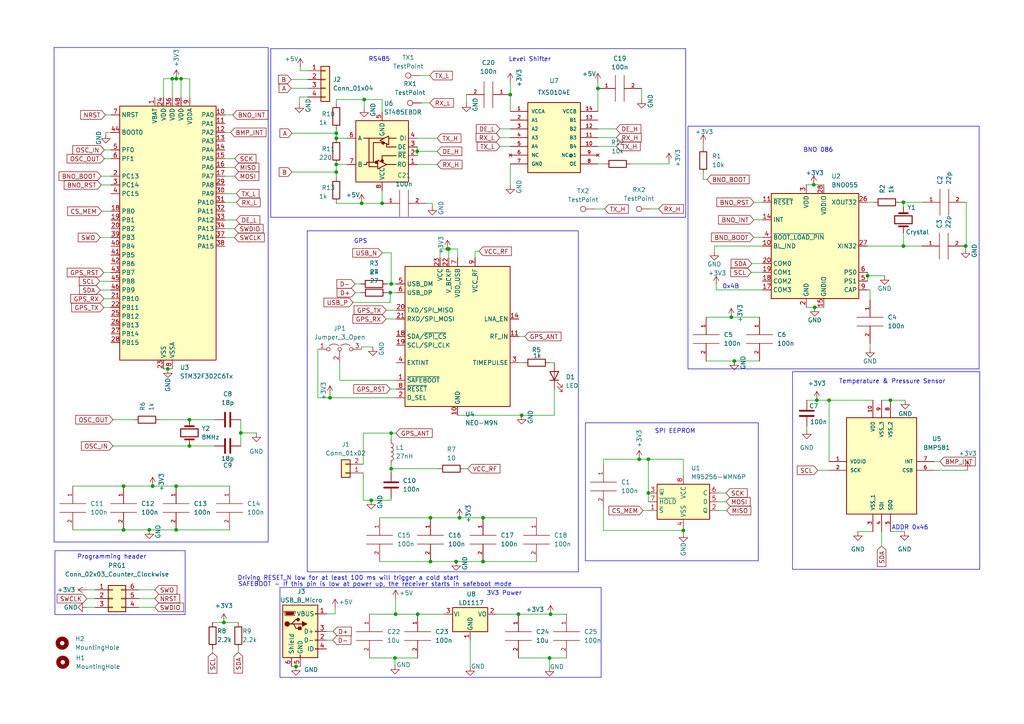
<source format=kicad_sch>
(kicad_sch (version 20230121) (generator eeschema)
  (paper "A4")
  (lib_symbols
    (symbol "BMP581:BMP581" (pin_names (offset 1.016))
      (property "Reference" "U" (at 26.67 17.78 0))
      (property "Value" "BMP581" (at 26.67 15.24 0))
      (symbol "BMP581_0_0"
        (pin bidirectional line (at 0 0 0) (length 5.08) (name "VDDIO") (number "1"))
        (pin bidirectional line (at 12.7 17.78 270) (length 5.08) (name "VDD") (number "10"))
        (pin bidirectional line (at 0 -2.54 0) (length 5.08) (name "SCK") (number "2"))
        (pin bidirectional line (at 12.7 -20.32 90) (length 5.08) (name "VSS_1") (number "3"))
        (pin bidirectional line (at 15.24 -20.32 90) (length 5.08) (name "SDI") (number "4"))
        (pin bidirectional line (at 17.78 -20.32 90) (length 5.08) (name "SDO") (number "5"))
        (pin bidirectional line (at 30.48 -2.54 180) (length 5.08) (name "CSB") (number "6"))
        (pin bidirectional line (at 30.48 0 180) (length 5.08) (name "INT") (number "7"))
        (pin bidirectional line (at 17.78 17.78 270) (length 5.08) (name "VSS_2") (number "8"))
        (pin bidirectional line (at 15.24 17.78 270) (length 5.08) (name "VSS_3") (number "9"))
      )
    )
    (symbol "Connector:TestPoint" (pin_numbers hide) (pin_names (offset 0.762) hide)
      (property "Reference" "TP" (at 0 6.858 0))
      (property "Value" "TestPoint" (at 0 5.08 0))
      (symbol "TestPoint_1_1"
        (pin passive line (at 0 0 90) (length 2.54) (name "1") (number "1"))
      )
    )
    (symbol "Connector:USB_B_Micro" (pin_names (offset 1.016))
      (property "Reference" "J" (at -5.08 11.43 0))
      (property "Value" "USB_B_Micro" (at -5.08 8.89 0))
      (symbol "USB_B_Micro_1_1"
        (pin power_out line (at 7.62 5.08 180) (length 2.54) (name "VBUS") (number "1"))
        (pin bidirectional line (at 7.62 -2.54 180) (length 2.54) (name "D-") (number "2"))
        (pin bidirectional line (at 7.62 0 180) (length 2.54) (name "D+") (number "3"))
        (pin passive line (at 7.62 -5.08 180) (length 2.54) (name "ID") (number "4"))
        (pin power_out line (at 0 -10.16 90) (length 2.54) (name "GND") (number "5"))
        (pin passive line (at -2.54 -10.16 90) (length 2.54) (name "Shield") (number "6"))
      )
    )
    (symbol "Connector_Generic:Conn_01x02" (pin_names (offset 1.016) hide)
      (property "Reference" "J" (at 0 2.54 0))
      (property "Value" "Conn_01x02" (at 0 -5.08 0))
      (symbol "Conn_01x02_1_1"
        (pin passive line (at -5.08 0 0) (length 3.81) (name "Pin_1") (number "1"))
        (pin passive line (at -5.08 -2.54 0) (length 3.81) (name "Pin_2") (number "2"))
      )
    )
    (symbol "Connector_Generic:Conn_01x04" (pin_names (offset 1.016) hide)
      (property "Reference" "J" (at 0 5.08 0))
      (property "Value" "Conn_01x04" (at 0 -7.62 0))
      (symbol "Conn_01x04_1_1"
        (pin passive line (at -5.08 2.54 0) (length 3.81) (name "Pin_1") (number "1"))
        (pin passive line (at -5.08 0 0) (length 3.81) (name "Pin_2") (number "2"))
        (pin passive line (at -5.08 -2.54 0) (length 3.81) (name "Pin_3") (number "3"))
        (pin passive line (at -5.08 -5.08 0) (length 3.81) (name "Pin_4") (number "4"))
      )
    )
    (symbol "Connector_Generic:Conn_02x03_Counter_Clockwise" (pin_names (offset 1.016) hide)
      (property "Reference" "J" (at 1.27 5.08 0))
      (property "Value" "Conn_02x03_Counter_Clockwise" (at 1.27 -5.08 0))
      (symbol "Conn_02x03_Counter_Clockwise_1_1"
        (pin passive line (at -5.08 2.54 0) (length 3.81) (name "Pin_1") (number "1"))
        (pin passive line (at -5.08 0 0) (length 3.81) (name "Pin_2") (number "2"))
        (pin passive line (at -5.08 -2.54 0) (length 3.81) (name "Pin_3") (number "3"))
        (pin passive line (at 7.62 -2.54 180) (length 3.81) (name "Pin_4") (number "4"))
        (pin passive line (at 7.62 0 180) (length 3.81) (name "Pin_5") (number "5"))
        (pin passive line (at 7.62 2.54 180) (length 3.81) (name "Pin_6") (number "6"))
      )
    )
    (symbol "Device:C" (pin_numbers hide) (pin_names (offset 0.254))
      (property "Reference" "C" (at 0.635 2.54 0))
      (property "Value" "C" (at 0.635 -2.54 0))
      (symbol "C_1_1"
        (pin passive line (at 0 3.81 270) (length 2.794) (name "~") (number "1"))
        (pin passive line (at 0 -3.81 90) (length 2.794) (name "~") (number "2"))
      )
    )
    (symbol "Device:Crystal" (pin_numbers hide) (pin_names (offset 1.016) hide)
      (property "Reference" "Y" (at 0 3.81 0))
      (property "Value" "Crystal" (at 0 -3.81 0))
      (symbol "Crystal_1_1"
        (pin passive line (at -3.81 0 0) (length 1.27) (name "1") (number "1"))
        (pin passive line (at 3.81 0 180) (length 1.27) (name "2") (number "2"))
      )
    )
    (symbol "Device:L" (pin_numbers hide) (pin_names (offset 1.016) hide)
      (property "Reference" "L" (at -1.27 0 90))
      (property "Value" "L" (at 1.905 0 90))
      (symbol "L_1_1"
        (pin passive line (at 0 3.81 270) (length 1.27) (name "1") (number "1"))
        (pin passive line (at 0 -3.81 90) (length 1.27) (name "2") (number "2"))
      )
    )
    (symbol "Device:LED" (pin_numbers hide) (pin_names (offset 1.016) hide)
      (property "Reference" "D" (at 0 2.54 0))
      (property "Value" "LED" (at 0 -2.54 0))
      (symbol "LED_1_1"
        (pin passive line (at -3.81 0 0) (length 2.54) (name "K") (number "1"))
        (pin passive line (at 3.81 0 180) (length 2.54) (name "A") (number "2"))
      )
    )
    (symbol "Device:R" (pin_numbers hide) (pin_names (offset 0))
      (property "Reference" "R" (at 2.032 0 90))
      (property "Value" "R" (at 0 0 90))
      (symbol "R_1_1"
        (pin passive line (at 0 3.81 270) (length 1.27) (name "~") (number "1"))
        (pin passive line (at 0 -3.81 90) (length 1.27) (name "~") (number "2"))
      )
    )
    (symbol "Interface_UART:ST485EBDR"
      (property "Reference" "U" (at -6.35 8.89 0))
      (property "Value" "ST485EBDR" (at 1.27 8.89 0))
      (symbol "ST485EBDR_1_1"
        (pin output line (at -10.16 2.54 0) (length 2.54) (name "RO") (number "1"))
        (pin input line (at -10.16 0 0) (length 2.54) (name "~{RE}") (number "2"))
        (pin input line (at -10.16 -2.54 0) (length 2.54) (name "DE") (number "3"))
        (pin input line (at -10.16 -5.08 0) (length 2.54) (name "DI") (number "4"))
        (pin power_in line (at 0 -12.7 90) (length 2.54) (name "GND") (number "5"))
        (pin bidirectional line (at 10.16 -5.08 180) (length 2.54) (name "A") (number "6"))
        (pin bidirectional line (at 10.16 2.54 180) (length 2.54) (name "B") (number "7"))
        (pin power_in line (at 0 10.16 270) (length 2.54) (name "VCC") (number "8"))
      )
    )
    (symbol "Jumper:Jumper_3_Open" (pin_names (offset 0) hide)
      (property "Reference" "JP" (at -2.54 -2.54 0))
      (property "Value" "Jumper_3_Open" (at 0 2.794 0))
      (symbol "Jumper_3_Open_1_1"
        (pin passive line (at -6.35 0 0) (length 2.54) (name "A") (number "1"))
        (pin passive line (at 0 -3.81 90) (length 2.54) (name "C") (number "2"))
        (pin passive line (at 6.35 0 180) (length 2.54) (name "B") (number "3"))
      )
    )
    (symbol "MCU_ST_STM32F3:STM32F302C6Tx"
      (property "Reference" "U" (at -12.7 39.37 0))
      (property "Value" "STM32F302C6Tx" (at 10.16 39.37 0))
      (symbol "STM32F302C6Tx_1_1"
        (pin power_in line (at -2.54 40.64 270) (length 2.54) (name "VBAT") (number "1"))
        (pin bidirectional line (at 17.78 35.56 180) (length 2.54) (name "PA0") (number "10"))
        (pin bidirectional line (at 17.78 33.02 180) (length 2.54) (name "PA1") (number "11"))
        (pin bidirectional line (at 17.78 30.48 180) (length 2.54) (name "PA2") (number "12"))
        (pin bidirectional line (at 17.78 27.94 180) (length 2.54) (name "PA3") (number "13"))
        (pin bidirectional line (at 17.78 25.4 180) (length 2.54) (name "PA4") (number "14"))
        (pin bidirectional line (at 17.78 22.86 180) (length 2.54) (name "PA5") (number "15"))
        (pin bidirectional line (at 17.78 20.32 180) (length 2.54) (name "PA6") (number "16"))
        (pin bidirectional line (at 17.78 17.78 180) (length 2.54) (name "PA7") (number "17"))
        (pin bidirectional line (at -15.24 7.62 0) (length 2.54) (name "PB0") (number "18"))
        (pin bidirectional line (at -15.24 5.08 0) (length 2.54) (name "PB1") (number "19"))
        (pin bidirectional line (at -15.24 17.78 0) (length 2.54) (name "PC13") (number "2"))
        (pin bidirectional line (at -15.24 2.54 0) (length 2.54) (name "PB2") (number "20"))
        (pin bidirectional line (at -15.24 -17.78 0) (length 2.54) (name "PB10") (number "21"))
        (pin bidirectional line (at -15.24 -20.32 0) (length 2.54) (name "PB11") (number "22"))
        (pin power_in line (at 0 -38.1 90) (length 2.54) (name "VSS") (number "23"))
        (pin power_in line (at 0 40.64 270) (length 2.54) (name "VDD") (number "24"))
        (pin bidirectional line (at -15.24 -22.86 0) (length 2.54) (name "PB12") (number "25"))
        (pin bidirectional line (at -15.24 -25.4 0) (length 2.54) (name "PB13") (number "26"))
        (pin bidirectional line (at -15.24 -27.94 0) (length 2.54) (name "PB14") (number "27"))
        (pin bidirectional line (at -15.24 -30.48 0) (length 2.54) (name "PB15") (number "28"))
        (pin bidirectional line (at 17.78 15.24 180) (length 2.54) (name "PA8") (number "29"))
        (pin bidirectional line (at -15.24 15.24 0) (length 2.54) (name "PC14") (number "3"))
        (pin bidirectional line (at 17.78 12.7 180) (length 2.54) (name "PA9") (number "30"))
        (pin bidirectional line (at 17.78 10.16 180) (length 2.54) (name "PA10") (number "31"))
        (pin bidirectional line (at 17.78 7.62 180) (length 2.54) (name "PA11") (number "32"))
        (pin bidirectional line (at 17.78 5.08 180) (length 2.54) (name "PA12") (number "33"))
        (pin bidirectional line (at 17.78 2.54 180) (length 2.54) (name "PA13") (number "34"))
        (pin passive line (at 0 -38.1 90) (length 2.54) hide (name "VSS") (number "35"))
        (pin power_in line (at 2.54 40.64 270) (length 2.54) (name "VDD") (number "36"))
        (pin bidirectional line (at 17.78 0 180) (length 2.54) (name "PA14") (number "37"))
        (pin bidirectional line (at 17.78 -2.54 180) (length 2.54) (name "PA15") (number "38"))
        (pin bidirectional line (at -15.24 0 0) (length 2.54) (name "PB3") (number "39"))
        (pin bidirectional line (at -15.24 12.7 0) (length 2.54) (name "PC15") (number "4"))
        (pin bidirectional line (at -15.24 -2.54 0) (length 2.54) (name "PB4") (number "40"))
        (pin bidirectional line (at -15.24 -5.08 0) (length 2.54) (name "PB5") (number "41"))
        (pin bidirectional line (at -15.24 -7.62 0) (length 2.54) (name "PB6") (number "42"))
        (pin bidirectional line (at -15.24 -10.16 0) (length 2.54) (name "PB7") (number "43"))
        (pin input line (at -15.24 30.48 0) (length 2.54) (name "BOOT0") (number "44"))
        (pin bidirectional line (at -15.24 -12.7 0) (length 2.54) (name "PB8") (number "45"))
        (pin bidirectional line (at -15.24 -15.24 0) (length 2.54) (name "PB9") (number "46"))
        (pin passive line (at 0 -38.1 90) (length 2.54) hide (name "VSS") (number "47"))
        (pin power_in line (at 5.08 40.64 270) (length 2.54) (name "VDD") (number "48"))
        (pin bidirectional line (at -15.24 25.4 0) (length 2.54) (name "PF0") (number "5"))
        (pin bidirectional line (at -15.24 22.86 0) (length 2.54) (name "PF1") (number "6"))
        (pin input line (at -15.24 35.56 0) (length 2.54) (name "NRST") (number "7"))
        (pin power_in line (at 2.54 -38.1 90) (length 2.54) (name "VSSA") (number "8"))
        (pin power_in line (at 7.62 40.64 270) (length 2.54) (name "VDDA") (number "9"))
      )
    )
    (symbol "Mechanical:MountingHole" (pin_names (offset 1.016))
      (property "Reference" "H" (at 0 5.08 0))
      (property "Value" "MountingHole" (at 0 3.175 0))
    )
    (symbol "Memory_EEPROM:M95256-WMN6P"
      (property "Reference" "U" (at -7.62 6.35 0))
      (property "Value" "M95256-WMN6P" (at 2.54 -6.35 0))
      (symbol "M95256-WMN6P_1_1"
        (pin input line (at -10.16 -2.54 0) (length 2.54) (name "~{S}") (number "1"))
        (pin output line (at 10.16 -2.54 180) (length 2.54) (name "Q") (number "2"))
        (pin input line (at -10.16 2.54 0) (length 2.54) (name "~{W}") (number "3"))
        (pin power_in line (at 0 -7.62 90) (length 2.54) (name "VSS") (number "4"))
        (pin input line (at 10.16 0 180) (length 2.54) (name "D") (number "5"))
        (pin input line (at 10.16 2.54 180) (length 2.54) (name "C") (number "6"))
        (pin input line (at -10.16 0 0) (length 2.54) (name "~{HOLD}") (number "7"))
        (pin power_in line (at 0 7.62 270) (length 2.54) (name "VCC") (number "8"))
      )
    )
    (symbol "RF_GPS:NEO-M9N"
      (property "Reference" "U" (at -13.97 21.59 0))
      (property "Value" "NEO-M9N" (at 11.43 21.59 0))
      (symbol "NEO-M9N_1_1"
        (pin input line (at -17.78 -12.7 0) (length 2.54) (name "~{SAFEBOOT}") (number "1"))
        (pin power_in line (at 0 -22.86 90) (length 2.54) (name "GND") (number "10"))
        (pin input line (at 17.78 0 180) (length 2.54) (name "RF_IN") (number "11"))
        (pin passive line (at 0 -22.86 90) (length 2.54) hide (name "GND") (number "12"))
        (pin passive line (at 0 -22.86 90) (length 2.54) hide (name "GND") (number "13"))
        (pin output line (at 17.78 5.08 180) (length 2.54) (name "LNA_EN") (number "14"))
        (pin no_connect line (at 15.24 -10.16 180) (length 2.54) hide (name "RESERVED") (number "15"))
        (pin no_connect line (at 15.24 -12.7 180) (length 2.54) hide (name "RESERVED") (number "16"))
        (pin no_connect line (at 15.24 -15.24 180) (length 2.54) hide (name "RESERVED") (number "17"))
        (pin bidirectional line (at -17.78 0 0) (length 2.54) (name "SDA/~{SPI_CS}") (number "18"))
        (pin input line (at -17.78 -2.54 0) (length 2.54) (name "SCL/SPI_CLK") (number "19"))
        (pin input line (at -17.78 -17.78 0) (length 2.54) (name "D_SEL") (number "2"))
        (pin output line (at -17.78 7.62 0) (length 2.54) (name "TXD/SPI_MISO") (number "20"))
        (pin input line (at -17.78 5.08 0) (length 2.54) (name "RXD/SPI_MOSI") (number "21"))
        (pin power_in line (at -2.54 22.86 270) (length 2.54) (name "V_BCKP") (number "22"))
        (pin power_in line (at -5.08 22.86 270) (length 2.54) (name "VCC") (number "23"))
        (pin passive line (at 0 -22.86 90) (length 2.54) hide (name "GND") (number "24"))
        (pin output line (at 17.78 -7.62 180) (length 2.54) (name "TIMEPULSE") (number "3"))
        (pin input line (at -17.78 -7.62 0) (length 2.54) (name "EXTINT") (number "4"))
        (pin bidirectional line (at -17.78 15.24 0) (length 2.54) (name "USB_DM") (number "5"))
        (pin bidirectional line (at -17.78 12.7 0) (length 2.54) (name "USB_DP") (number "6"))
        (pin power_in line (at 0 22.86 270) (length 2.54) (name "VDD_USB") (number "7"))
        (pin input line (at -17.78 -15.24 0) (length 2.54) (name "~{RESET}") (number "8"))
        (pin power_out line (at 5.08 22.86 270) (length 2.54) (name "VCC_RF") (number "9"))
      )
    )
    (symbol "Regulator_Linear:LD1117S12TR_SOT223" (pin_names (offset 0.254))
      (property "Reference" "U" (at -3.81 3.175 0))
      (property "Value" "LD1117S12TR_SOT223" (at 0 3.175 0))
      (symbol "LD1117S12TR_SOT223_1_1"
        (pin power_in line (at 0 -7.62 90) (length 2.54) (name "GND") (number "1"))
        (pin power_out line (at 7.62 0 180) (length 2.54) (name "VO") (number "2"))
        (pin power_in line (at -7.62 0 0) (length 2.54) (name "VI") (number "3"))
      )
    )
    (symbol "Sensor_Motion:BNO055"
      (property "Reference" "U" (at -11.43 16.51 0))
      (property "Value" "BNO055" (at 12.7 16.51 0))
      (symbol "BNO055_1_1"
        (pin no_connect line (at -12.7 10.16 0) (length 2.54) hide (name "PIN1") (number "1"))
        (pin output line (at -15.24 0 0) (length 2.54) (name "BL_IND") (number "10"))
        (pin input line (at -15.24 12.7 0) (length 2.54) (name "~{RESET}") (number "11"))
        (pin no_connect line (at 12.7 10.16 180) (length 2.54) hide (name "PIN12") (number "12"))
        (pin no_connect line (at 12.7 7.62 180) (length 2.54) hide (name "PIN13") (number "13"))
        (pin output line (at -15.24 7.62 0) (length 2.54) (name "INT") (number "14"))
        (pin power_in line (at 2.54 -17.78 90) (length 2.54) (name "GNDIO") (number "15"))
        (pin passive line (at 2.54 -17.78 90) (length 2.54) hide (name "GNDIO") (number "16"))
        (pin input line (at -15.24 -12.7 0) (length 2.54) (name "COM3") (number "17"))
        (pin passive line (at -15.24 -10.16 0) (length 2.54) (name "COM2") (number "18"))
        (pin bidirectional line (at -15.24 -7.62 0) (length 2.54) (name "COM1") (number "19"))
        (pin power_in line (at -2.54 -17.78 90) (length 2.54) (name "GND") (number "2"))
        (pin bidirectional line (at -15.24 -5.08 0) (length 2.54) (name "COM0") (number "20"))
        (pin no_connect line (at 12.7 5.08 180) (length 2.54) hide (name "PIN21") (number "21"))
        (pin no_connect line (at 12.7 2.54 180) (length 2.54) hide (name "PIN22") (number "22"))
        (pin no_connect line (at 12.7 -2.54 180) (length 2.54) hide (name "PIN23") (number "23"))
        (pin no_connect line (at 12.7 -5.08 180) (length 2.54) hide (name "PIN24") (number "24"))
        (pin passive line (at 2.54 -17.78 90) (length 2.54) hide (name "GNDIO") (number "25"))
        (pin output line (at 15.24 12.7 180) (length 2.54) (name "XOUT32") (number "26"))
        (pin input line (at 15.24 0 180) (length 2.54) (name "XIN32") (number "27"))
        (pin power_in line (at 2.54 17.78 270) (length 2.54) (name "VDDIO") (number "28"))
        (pin power_in line (at -2.54 17.78 270) (length 2.54) (name "VDD") (number "3"))
        (pin input line (at -15.24 2.54 0) (length 2.54) (name "~{BOOT_LOAD_PIN}") (number "4"))
        (pin input line (at 15.24 -10.16 180) (length 2.54) (name "PS1") (number "5"))
        (pin input line (at 15.24 -7.62 180) (length 2.54) (name "PS0") (number "6"))
        (pin no_connect line (at -12.7 5.08 0) (length 2.54) hide (name "PIN7") (number "7"))
        (pin no_connect line (at -12.7 -2.54 0) (length 2.54) hide (name "PIN8") (number "8"))
        (pin passive line (at 15.24 -12.7 180) (length 2.54) (name "CAP") (number "9"))
      )
    )
    (symbol "TXS0104:TXS0104E" (pin_names (offset 1.016))
      (property "Reference" "U?" (at 7.62 26.67 0))
      (property "Value" "TXS0104E" (at 7.62 23.26 0))
      (symbol "TXS0104E_0_0"
        (pin passive line (at -5.08 17.78 0) (length 5.08) (name "VCCA") (number "1"))
        (pin bidirectional line (at 20.32 7.62 180) (length 5.08) (name "B4") (number "10"))
        (pin bidirectional line (at 20.32 10.16 180) (length 5.08) (name "B3") (number "11"))
        (pin bidirectional line (at 20.32 12.7 180) (length 5.08) (name "B2") (number "12"))
        (pin bidirectional line (at 20.32 15.24 180) (length 5.08) (name "B1") (number "13"))
        (pin passive line (at 20.32 17.78 180) (length 5.08) (name "VCCB") (number "14"))
        (pin bidirectional line (at -5.08 15.24 0) (length 5.08) (name "A1") (number "2"))
        (pin bidirectional line (at -5.08 12.7 0) (length 5.08) (name "A2") (number "3"))
        (pin bidirectional line (at -5.08 10.16 0) (length 5.08) (name "A3") (number "4"))
        (pin bidirectional line (at -5.08 7.62 0) (length 5.08) (name "A4") (number "5"))
        (pin no_connect line (at -5.08 5.08 0) (length 5.08) (name "NC") (number "6"))
        (pin passive line (at -5.08 2.54 0) (length 5.08) (name "GND") (number "7"))
        (pin input line (at 20.32 2.54 180) (length 5.08) (name "OE") (number "8"))
        (pin no_connect line (at 20.32 5.08 180) (length 5.08) (name "NC@1") (number "9"))
      )
    )
    (symbol "power:+3.3V" (power) (pin_names (offset 0))
      (property "Value" "+3.3V" (at 0 3.556 0))
      (symbol "+3.3V_1_1"
        (pin power_in line (at 0 0 90) (length 0) hide (name "+3V3") (number "1"))
      )
    )
    (symbol "power:+5V" (power) (pin_names (offset 0))
      (property "Value" "+5V" (at 0 3.556 0))
      (symbol "+5V_1_1"
        (pin power_in line (at 0 0 90) (length 0) hide (name "+5V") (number "1"))
      )
    )
    (symbol "power:GND" (power) (pin_names (offset 0))
      (property "Value" "GND" (at 0 -3.81 0))
      (symbol "GND_1_1"
        (pin power_in line (at 0 0 270) (length 0) hide (name "GND") (number "1"))
      )
    )
    (symbol "pspice:CAP" (pin_names (offset 0.254))
      (property "Reference" "C" (at 2.54 3.81 90))
      (property "Value" "CAP" (at 2.54 -3.81 90))
      (symbol "CAP_1_1"
        (pin passive line (at 0 6.35 270) (length 5.08) (name "~") (number "1"))
        (pin passive line (at 0 -6.35 90) (length 5.08) (name "~") (number "2"))
      )
    )
  )
  (junction (at 159.7 178.14))
  (junction (at 64.93 180.56))
  (junction (at 188.05 142.99))
  (junction (at 173.41 25.6452))
  (junction (at 236.92 116.08))
  (junction (at 240.47 116.08))
  (junction (at 52.51 22.84))
  (junction (at 44.278 140.99))
  (junction (at 159.39 190.84))
  (junction (at 140.096 150.18))
  (junction (at 185.39 133.2))
  (junction (at 140.096 162.88))
  (junction (at 148.01 27.4486))
  (junction (at 262.02 58.67))
  (junction (at 43.284 153.69))
  (junction (at 236.3 89.15))
  (junction (at 113.47 82.35))
  (junction (at 51.08 140.99))
  (junction (at 35.84 140.99))
  (junction (at 120.9904 43.88))
  (junction (at 198.21 153.86))
  (junction (at 110.8304 58.96))
  (junction (at 113.45 125.63))
  (junction (at 104.9004 58.96))
  (junction (at 51.13 22.84))
  (junction (at 35.84 153.69))
  (junction (at 114.56 190.84))
  (junction (at 113.45 135.95))
  (junction (at 280.08 71.37))
  (junction (at 133.294 150.18))
  (junction (at 105.6304 28.86))
  (junction (at 51.08 153.69))
  (junction (at 251.63 79.99))
  (junction (at 97.5304 38.63))
  (junction (at 95.71 115.37))
  (junction (at 114.74 178.14))
  (junction (at 262.02 71.37))
  (junction (at 236.03 53.59))
  (junction (at 49.97 22.84))
  (junction (at 212.996 104.7))
  (junction (at 97.5304 47.71))
  (junction (at 212.106 92))
  (junction (at 124.856 162.88))
  (junction (at 124.856 150.18))
  (junction (at 97.5304 49.91))
  (junction (at 54.94 129.35))
  (junction (at 121.14 178.14))
  (junction (at 150.36 178.14))
  (junction (at 85.84 193.29))
  (junction (at 130.17 72.22))
  (junction (at 151.3 120.45))
  (junction (at 69.84 125.57))
  (junction (at 132.3 162.88))
  (junction (at 54.94 121.73))
  (junction (at 97.5304 40.09))
  (junction (at 113.18 84.89))
  (junction (at 129.79 72.22))
  (junction (at 188.05 133.2))
  (junction (at 258.25 116.08))
  (junction (at 48.69 106.98))
  (junction (at 107.66 145.09))
  (wire (pts (xy 175.03 133.2) (xy 185.39 133.2)))
  (wire (pts (xy 175.03 147.46) (xy 175.03 153.86)))
  (wire (pts (xy 102.98 82.35) (xy 104.67 82.35)))
  (wire (pts (xy 132.71 72.22) (xy 130.17 72.22)))
  (wire (pts (xy 61.66 188.18) (xy 61.66 189.33)))
  (wire (pts (xy 262.02 71.37) (xy 267.38 71.37)))
  (wire (pts (xy 107.16 190.84) (xy 114.56 190.84)))
  (wire (pts (xy 130.17 72.22) (xy 130.17 74.73)))
  (wire (pts (xy 97.5304 37.58) (xy 97.5304 38.63)))
  (wire (pts (xy 173.41 42.46) (xy 178.7948 42.46)))
  (wire (pts (xy 97.5304 47.71) (xy 100.6704 47.71)))
  (wire (pts (xy 188.6304 60.59) (xy 191.0404 60.59)))
  (wire (pts (xy 105.6304 28.86) (xy 105.6304 31.38)))
  (wire (pts (xy 65.21 48.56) (xy 68.08 48.56)))
  (wire (pts (xy 97.5304 47.71) (xy 97.5304 49.91)))
  (wire (pts (xy 217.89 78.99) (xy 221.15 78.99)))
  (wire (pts (xy 94.71 185.67) (xy 96.53 185.67)))
  (wire (pts (xy 204.816 92) (xy 212.106 92)))
  (wire (pts (xy 105.36 145.09) (xy 107.66 145.09)))
  (wire (pts (xy 236.03 53.59) (xy 238.93 53.59)))
  (wire (pts (xy 233.85 89.15) (xy 236.3 89.15)))
  (wire (pts (xy 148.01 47.54) (xy 148.01 53.6614)))
  (wire (pts (xy 240.47 116.08) (xy 253.17 116.08)))
  (wire (pts (xy 95.71 115.37) (xy 95.71 114.49)))
  (wire (pts (xy 144 178.14) (xy 150.36 178.14)))
  (wire (pts (xy 40.2872 171.08) (xy 44.91 171.08)))
  (wire (pts (xy 255.71 116.08) (xy 258.25 116.08)))
  (wire (pts (xy 120.9904 43.88) (xy 126.8104 43.88)))
  (wire (pts (xy 207.73 84.07) (xy 221.15 84.07)))
  (wire (pts (xy 251.63 79.99) (xy 256.59 79.99)))
  (wire (pts (xy 221.15 71.37) (xy 207.2 71.37)))
  (wire (pts (xy 251.63 58.67) (xy 253.4 58.67)))
  (wire (pts (xy 251.63 79.99) (xy 251.63 81.53)))
  (wire (pts (xy 21.108 140.99) (xy 35.84 140.99)))
  (wire (pts (xy 124.856 162.88) (xy 132.3 162.88)))
  (wire (pts (xy 65.21 51.1) (xy 68.08 51.1)))
  (wire (pts (xy 252.36 99.64) (xy 252.36 101.08)))
  (wire (pts (xy 251.63 71.37) (xy 262.02 71.37)))
  (wire (pts (xy 198.21 153.15) (xy 198.21 153.86)))
  (wire (pts (xy 150.36 190.84) (xy 159.39 190.84)))
  (wire (pts (xy 175.03 153.86) (xy 198.21 153.86)))
  (wire (pts (xy 51.13 22.84) (xy 52.51 22.84)))
  (wire (pts (xy 47.43 28.24) (xy 47.43 22.84)))
  (wire (pts (xy 251.63 84.07) (xy 252.36 84.07)))
  (wire (pts (xy 186.52 148.07) (xy 188.05 148.07)))
  (wire (pts (xy 65.21 56.18) (xy 68.54 56.18)))
  (wire (pts (xy 159.39 190.84) (xy 164.31 190.84)))
  (wire (pts (xy 173.41 37.38) (xy 178.744 37.38)))
  (wire (pts (xy 212.996 104.7) (xy 220.31 104.7)))
  (wire (pts (xy 262.02 58.67) (xy 267.55 58.67)))
  (wire (pts (xy 64.93 180.56) (xy 69.12 180.56)))
  (wire (pts (xy 61.66 180.56) (xy 64.93 180.56)))
  (wire (pts (xy 159.7 178.14) (xy 164.31 178.14)))
  (wire (pts (xy 30.28 46.02) (xy 32.19 46.02)))
  (wire (pts (xy 144.9874 39.92) (xy 148.01 39.92)))
  (wire (pts (xy 69.12 188.18) (xy 69.12 189.22)))
  (wire (pts (xy 110.124 162.88) (xy 124.856 162.88)))
  (wire (pts (xy 32.19 38.4) (xy 30.68 38.4)))
  (wire (pts (xy 248.82 154.18) (xy 253.17 154.18)))
  (wire (pts (xy 212.106 92) (xy 220.31 92)))
  (wire (pts (xy 30.26 43.48) (xy 32.19 43.48)))
  (wire (pts (xy 28.93 81.58) (xy 32.19 81.58)))
  (wire (pts (xy 65.21 66.34) (xy 68.02 66.34)))
  (wire (pts (xy 204.816 104.7) (xy 212.996 104.7)))
  (wire (pts (xy 103.04 84.89) (xy 104.72 84.89)))
  (wire (pts (xy 29.1 68.88) (xy 32.19 68.88)))
  (wire (pts (xy 198.21 137.91) (xy 198.21 133.2)))
  (wire (pts (xy 208.37 148.07) (xy 210.75 148.07)))
  (wire (pts (xy 113.45 125.63) (xy 114.83 125.63)))
  (wire (pts (xy 65.21 68.88) (xy 68.02 68.88)))
  (wire (pts (xy 124.856 150.18) (xy 133.294 150.18)))
  (wire (pts (xy 69.84 121.73) (xy 69.84 125.57)))
  (wire (pts (xy 113.18 84.89) (xy 114.93 84.89)))
  (wire (pts (xy 113.19 112.83) (xy 114.93 112.83)))
  (wire (pts (xy 112.29 82.35) (xy 113.47 82.35)))
  (wire (pts (xy 203.96 52.05) (xy 203.96 50.36)))
  (wire (pts (xy 40.2872 173.62) (xy 44.91 173.62)))
  (wire (pts (xy 47.43 106.98) (xy 48.69 106.98)))
  (wire (pts (xy 136.38 185.76) (xy 136.38 193.38)))
  (wire (pts (xy 110.8304 32.47) (xy 110.8304 28.86)))
  (wire (pts (xy 270.95 133.86) (xy 272.62 133.86)))
  (wire (pts (xy 113.45 145.09) (xy 107.66 145.09)))
  (wire (pts (xy 29.38 53.64) (xy 32.19 53.64)))
  (wire (pts (xy 54.94 121.73) (xy 62.22 121.73)))
  (wire (pts (xy 205.06 52.05) (xy 203.96 52.05)))
  (wire (pts (xy 113.45 135.95) (xy 127.12 135.95)))
  (wire (pts (xy 218.68 58.67) (xy 221.15 58.67)))
  (wire (pts (xy 87.0904 20.52) (xy 89.2704 20.52)))
  (wire (pts (xy 65.21 33.32) (xy 67.52 33.32)))
  (wire (pts (xy 94.71 183.13) (xy 96.62 183.13)))
  (wire (pts (xy 97.5304 58.96) (xy 104.9004 58.96)))
  (wire (pts (xy 151.3 120.45) (xy 132.71 120.45)))
  (wire (pts (xy 173.41 23.8418) (xy 173.41 25.6452)))
  (wire (pts (xy 188.05 142.99) (xy 188.05 145.53)))
  (wire (pts (xy 159.45 105.21) (xy 160.77 105.21)))
  (wire (pts (xy 43.284 153.69) (xy 51.08 153.69)))
  (wire (pts (xy 30.15 86.66) (xy 32.19 86.66)))
  (wire (pts (xy 121.7104 21.91) (xy 124.6204 21.91)))
  (wire (pts (xy 40.2872 176.16) (xy 44.91 176.16)))
  (wire (pts (xy 280.08 71.37) (xy 280.08 72.25)))
  (wire (pts (xy 198.21 153.86) (xy 198.21 154.63)))
  (wire (pts (xy 218.57 68.83) (xy 221.15 68.83)))
  (wire (pts (xy 258.25 154.18) (xy 262.36 154.18)))
  (wire (pts (xy 48.69 106.98) (xy 49.97 106.98)))
  (wire (pts (xy 175.03 134.76) (xy 175.03 133.2)))
  (wire (pts (xy 120.9904 43.88) (xy 120.9904 45.17)))
  (wire (pts (xy 140.096 162.88) (xy 155.59 162.88)))
  (wire (pts (xy 47.43 22.84) (xy 49.97 22.84)))
  (wire (pts (xy 98.53 110.29) (xy 98.53 105.09)))
  (wire (pts (xy 150.49 105.21) (xy 151.83 105.21)))
  (wire (pts (xy 114.56 190.84) (xy 114.56 192.93)))
  (wire (pts (xy 133.294 150.18) (xy 140.096 150.18)))
  (wire (pts (xy 30.08 79.04) (xy 32.19 79.04)))
  (wire (pts (xy 123.5304 58.96) (xy 125.3804 58.96)))
  (wire (pts (xy 120.9904 42.63) (xy 120.9904 43.88)))
  (wire (pts (xy 137.79 72.87) (xy 137.79 74.73)))
  (wire (pts (xy 182.9604 47.54) (xy 194.0348 47.54)))
  (wire (pts (xy 44.278 140.99) (xy 51.08 140.99)))
  (wire (pts (xy 134.74 135.95) (xy 135.63 135.95)))
  (wire (pts (xy 185.39 133.2) (xy 188.05 133.2)))
  (wire (pts (xy 208.37 142.99) (xy 210.56 142.99)))
  (wire (pts (xy 194.0348 47.54) (xy 194.0348 47.0066)))
  (wire (pts (xy 140.096 150.18) (xy 155.59 150.18)))
  (wire (pts (xy 110.8304 55.33) (xy 110.8304 58.96)))
  (wire (pts (xy 262.02 58.67) (xy 262.02 59.93)))
  (wire (pts (xy 240.47 133.86) (xy 240.47 116.08)))
  (wire (pts (xy 144.9874 37.38) (xy 148.01 37.38)))
  (wire (pts (xy 208.37 145.53) (xy 210.56 145.53)))
  (wire (pts (xy 114.74 178.14) (xy 121.14 178.14)))
  (wire (pts (xy 172.4304 60.62) (xy 175.3404 60.62)))
  (wire (pts (xy 108.13 100.63) (xy 104.88 100.63)))
  (wire (pts (xy 159.39 190.84) (xy 159.39 193.53)))
  (wire (pts (xy 46.43 121.73) (xy 54.94 121.73)))
  (wire (pts (xy 160.77 120.45) (xy 151.3 120.45)))
  (wire (pts (xy 102.42 87.73) (xy 113.18 87.73)))
  (wire (pts (xy 84.55 193.29) (xy 85.84 193.29)))
  (wire (pts (xy 203.96 41.68) (xy 203.96 42.74)))
  (wire (pts (xy 54.94 129.35) (xy 62.22 129.35)))
  (wire (pts (xy 113.45 135.95) (xy 113.45 136.85)))
  (wire (pts (xy 65.21 63.8) (xy 68.53 63.8)))
  (wire (pts (xy 173.41 25.6452) (xy 173.41 32.3)))
  (wire (pts (xy 69.84 125.57) (xy 69.84 129.35)))
  (wire (pts (xy 113.47 82.35) (xy 114.93 82.35)))
  (wire (pts (xy 114.56 190.84) (xy 121.14 190.84)))
  (wire (pts (xy 84.7004 38.63) (xy 97.5304 38.63)))
  (wire (pts (xy 262.02 71.37) (xy 262.02 67.55)))
  (wire (pts (xy 148.01 23.791) (xy 148.01 27.4486)))
  (wire (pts (xy 125.3804 58.96) (xy 125.3804 59.84)))
  (wire (pts (xy 110.124 150.18) (xy 124.856 150.18)))
  (wire (pts (xy 107.16 178.14) (xy 114.74 178.14)))
  (wire (pts (xy 65.21 58.72) (xy 68.56 58.72)))
  (wire (pts (xy 114.93 115.37) (xy 95.71 115.37)))
  (wire (pts (xy 32.78 121.73) (xy 38.81 121.73)))
  (wire (pts (xy 111.97 92.51) (xy 114.93 92.51)))
  (wire (pts (xy 55.05 22.84) (xy 55.05 28.24)))
  (wire (pts (xy 127.63 74.73) (xy 127.63 72.22)))
  (wire (pts (xy 252.36 84.07) (xy 252.36 86.94)))
  (wire (pts (xy 49.97 22.84) (xy 49.97 28.24)))
  (wire (pts (xy 32.75 129.35) (xy 54.94 129.35)))
  (wire (pts (xy 29.51 61.26) (xy 32.19 61.26)))
  (wire (pts (xy 51.08 140.99) (xy 66.574 140.99)))
  (wire (pts (xy 113.47 73.34) (xy 113.47 82.35)))
  (wire (pts (xy 132.3 162.88) (xy 140.096 162.88)))
  (wire (pts (xy 121.14 178.14) (xy 128.76 178.14)))
  (wire (pts (xy 173.41 47.54) (xy 175.3404 47.54)))
  (wire (pts (xy 105.36 134.64) (xy 105.36 125.63)))
  (wire (pts (xy 113.45 134.88) (xy 113.45 135.95)))
  (wire (pts (xy 113.18 87.73) (xy 113.18 84.89)))
  (wire (pts (xy 52.51 22.84) (xy 55.05 22.84)))
  (wire (pts (xy 94.71 178.05) (xy 97.2 178.05)))
  (wire (pts (xy 97.5304 49.91) (xy 97.5304 51.34)))
  (wire (pts (xy 92.18 101.28) (xy 92.18 115.37)))
  (wire (pts (xy 145.0128 42.46) (xy 148.01 42.46)))
  (wire (pts (xy 160.77 112.83) (xy 160.77 120.45)))
  (wire (pts (xy 280.25 58.67) (xy 280.25 71.37)))
  (wire (pts (xy 120.9904 40.09) (xy 126.7904 40.09)))
  (wire (pts (xy 105.36 137.18) (xy 105.36 145.09)))
  (wire (pts (xy 89.2704 28.14) (xy 86.8404 28.14)))
  (wire (pts (xy 52.51 22.84) (xy 52.51 28.24)))
  (wire (pts (xy 233.85 53.59) (xy 236.03 53.59)))
  (wire (pts (xy 207.2 71.37) (xy 207.2 72.92)))
  (wire (pts (xy 69.84 125.57) (xy 74.36 125.57)))
  (wire (pts (xy 35.84 140.99) (xy 44.278 140.99)))
  (wire (pts (xy 138.95 72.87) (xy 137.79 72.87)))
  (wire (pts (xy 237.18 136.4) (xy 240.47 136.4)))
  (wire (pts (xy 188.05 133.2) (xy 188.05 142.99)))
  (wire (pts (xy 49.97 22.84) (xy 51.13 22.84)))
  (wire (pts (xy 25.1996 173.62) (xy 27.5872 173.62)))
  (wire (pts (xy 84.4504 25.6) (xy 89.2704 25.6)))
  (wire (pts (xy 112.34 84.89) (xy 113.18 84.89)))
  (wire (pts (xy 150.49 97.59) (xy 152.19 97.59)))
  (wire (pts (xy 122.2404 29.85) (xy 124.6504 29.85)))
  (wire (pts (xy 280.25 71.37) (xy 280.08 71.37)))
  (wire (pts (xy 97.5304 38.63) (xy 97.5304 40.09)))
  (wire (pts (xy 35.84 153.69) (xy 43.284 153.69)))
  (wire (pts (xy 127.63 72.22) (xy 129.79 72.22)))
  (wire (pts (xy 207.73 82.67) (xy 207.73 84.07)))
  (wire (pts (xy 84.6704 49.91) (xy 97.5304 49.91)))
  (wire (pts (xy 30.1 89.2) (xy 32.19 89.2)))
  (wire (pts (xy 30.59 33.32) (xy 32.19 33.32)))
  (wire (pts (xy 218.04 76.45) (xy 221.15 76.45)))
  (wire (pts (xy 150.36 178.14) (xy 159.7 178.14)))
  (wire (pts (xy 251.63 78.99) (xy 251.63 79.99)))
  (wire (pts (xy 30.68 38.4) (xy 30.68 38.95)))
  (wire (pts (xy 104.9004 58.96) (xy 110.8304 58.96)))
  (wire (pts (xy 97.5304 40.09) (xy 100.6704 40.09)))
  (wire (pts (xy 255.71 154.18) (xy 255.71 158.36)))
  (wire (pts (xy 65.21 46.02) (xy 68.08 46.02)))
  (wire (pts (xy 113.45 144.47) (xy 113.45 145.09)))
  (wire (pts (xy 258.25 116.08) (xy 262.55 116.08)))
  (wire (pts (xy 218.64 63.75) (xy 221.15 63.75)))
  (wire (pts (xy 113.45 125.63) (xy 113.45 127.26)))
  (wire (pts (xy 92.18 115.37) (xy 95.71 115.37)))
  (wire (pts (xy 130.17 72.22) (xy 129.79 72.22)))
  (wire (pts (xy 112.02 89.97) (xy 114.93 89.97)))
  (wire (pts (xy 97.5304 28.86) (xy 105.6304 28.86)))
  (wire (pts (xy 114.74 173.7) (xy 114.74 178.14)))
  (wire (pts (xy 86.8404 28.14) (xy 86.8404 30.12)))
  (wire (pts (xy 148.01 27.4486) (xy 148.01 32.3)))
  (wire (pts (xy 29.08 84.12) (xy 32.19 84.12)))
  (wire (pts (xy 110.85 73.34) (xy 113.47 73.34)))
  (wire (pts (xy 110.8304 28.86) (xy 105.6304 28.86)))
  (wire (pts (xy 97.2 178.05) (xy 97.2 176.33)))
  (wire (pts (xy 120.9904 47.71) (xy 126.8004 47.71)))
  (wire (pts (xy 135.31 27.4486) (xy 135.31 29.8616)))
  (wire (pts (xy 173.41 39.92) (xy 178.7694 39.92)))
  (wire (pts (xy 65.21 38.4) (xy 66.88 38.4)))
  (wire (pts (xy 84.4504 23.06) (xy 89.2704 23.06)))
  (wire (pts (xy 25.1996 176.16) (xy 27.5872 176.16)))
  (wire (pts (xy 234.01 123.7) (xy 234.01 124.73)))
  (wire (pts (xy 87.0904 19.51) (xy 87.0904 20.52)))
  (wire (pts (xy 234.01 116.08) (xy 236.92 116.08)))
  (wire (pts (xy 29.33 51.1) (xy 32.19 51.1)))
  (wire (pts (xy 236.92 116.08) (xy 240.47 116.08)))
  (wire (pts (xy 186.11 25.6452) (xy 186.11 28.8202)))
  (wire (pts (xy 97.5304 29.96) (xy 97.5304 28.86)))
  (wire (pts (xy 104.88 100.63) (xy 104.88 101.28)))
  (wire (pts (xy 198.21 133.2) (xy 188.05 133.2)))
  (wire (pts (xy 105.36 125.63) (xy 113.45 125.63)))
  (wire (pts (xy 261.02 58.67) (xy 262.02 58.67)))
  (wire (pts (xy 270.95 136.4) (xy 280.66 136.4)))
  (wire (pts (xy 51.08 153.69) (xy 66.574 153.69)))
  (wire (pts (xy 132.71 74.73) (xy 132.71 72.22)))
  (wire (pts (xy 25.1996 171.08) (xy 27.5872 171.08)))
  (wire (pts (xy 114.93 110.29) (xy 98.53 110.29)))
  (wire (pts (xy 85.84 193.29) (xy 87.09 193.29)))
  (wire (pts (xy 236.3 89.15) (xy 238.93 89.15)))
  (wire (pts (xy 21.108 153.69) (xy 35.84 153.69)))
  (rectangle (start 89.11 66.95) (end 167.74 165.86))
  (rectangle (start 78.5304 14.1) (end 198.8904 63.03))
  (rectangle (start 229.87 107.82) (end 284.17 165.12))
  (rectangle (start 81.2 170.39) (end 174.35 196.46))
  (rectangle (start 15.69 13.78) (end 77.78 157.2))
  (rectangle (start 199.54 36.6) (end 283.99 106.99))
  (rectangle (start 15.93 159.73) (end 53.7 178.25))
  (rectangle (start 169.79 122.63) (end 219.93 162.65))
  (text "BNO 086" (at 232.95 44.36 0) (effects (font (size 1.27 1.27)) (justify left bottom)))
  (text "3V3 Power" (at 141.09 172.89 0) (effects (font (size 1.27 1.27)) (justify left bottom)))
  (text "Temperature & Pressure Sensor" (at 243.29 111.47 0) (effects (font (size 1.27 1.27)) (justify left bottom)))
  (text "ADDR 0x46" (at 258.59 153.86 0) (effects (font (size 1.27 1.27)) (justify left bottom)))
  (text "0x4B" (at 209.51 83.94 0) (effects (font (size 1.27 1.27)) (justify left bottom)))
  (text "SAFEBOOT - If this pin is low at power up, the receiver starts in safeboot mode" (at 69.08 170.31 0) (effects (font (size 1.27 1.27)) (justify left bottom)))
  (text "Level Shifter" (at 159.82 18.05 0) (effects (font (size 1.27 1.27)) (justify right bottom)))
  (text "RS485" (at 113.1704 18.02 0) (effects (font (size 1.27 1.27)) (justify right bottom)))
  (text "GPS" (at 102.61 70.8 0) (effects (font (size 1.27 1.27)) (justify left bottom)))
  (text "SPI EEPROM" (at 189.87 125.9 0) (effects (font (size 1.27 1.27)) (justify left bottom)))
  (text "Driving RESET_N low for at least 100 ms will trigger a cold start" (at 68.87 168.5 0) (effects (font (size 1.27 1.27)) (justify left bottom)))
  (text "Programming header" (at 22.3396 162.36 0) (effects (font (size 1.27 1.27)) (justify left bottom)))
  (global_label "D-" (shape input) (at 96.53 185.67 0) (property "Intersheetrefs" "${INTERSHEET_REFS}" (effects hide)))
  (global_label "TX_L" (shape input) (at 68.54 56.18 0) (property "Intersheetrefs" "${INTERSHEET_REFS}" (effects hide)))
  (global_label "RX_L" (shape input) (at 68.56 58.72 0) (property "Intersheetrefs" "${INTERSHEET_REFS}" (effects hide)))
  (global_label "GPS_RST" (shape input) (at 30.08 79.04 180) (property "Intersheetrefs" "${INTERSHEET_REFS}" (effects hide)))
  (global_label "GPS_ANT" (shape input) (at 152.19 97.59 0) (property "Intersheetrefs" "${INTERSHEET_REFS}" (effects hide)))
  (global_label "BNO_BOOT" (shape input) (at 205.06 52.05 0) (property "Intersheetrefs" "${INTERSHEET_REFS}" (effects hide)))
  (global_label "GPS_RX" (shape input) (at 111.97 92.51 180) (property "Intersheetrefs" "${INTERSHEET_REFS}" (effects hide)))
  (global_label "D+" (shape input) (at 103.04 84.89 180) (property "Intersheetrefs" "${INTERSHEET_REFS}" (effects hide)))
  (global_label "SWCLK" (shape input) (at 68.02 68.88 0) (property "Intersheetrefs" "${INTERSHEET_REFS}" (effects hide)))
  (global_label "OSC_OUT" (shape input) (at 32.78 121.73 180) (property "Intersheetrefs" "${INTERSHEET_REFS}" (effects hide)))
  (global_label "TX_L" (shape input) (at 124.6204 21.91 0) (property "Intersheetrefs" "${INTERSHEET_REFS}" (effects hide)))
  (global_label "SWO" (shape input) (at 29.1 68.88 180) (property "Intersheetrefs" "${INTERSHEET_REFS}" (effects hide)))
  (global_label "SDA" (shape input) (at 29.08 84.12 180) (property "Intersheetrefs" "${INTERSHEET_REFS}" (effects hide)))
  (global_label "D-" (shape input) (at 102.98 82.35 180) (property "Intersheetrefs" "${INTERSHEET_REFS}" (effects hide)))
  (global_label "DE_L" (shape input) (at 144.9874 37.38 180) (property "Intersheetrefs" "${INTERSHEET_REFS}" (effects hide)))
  (global_label "RX_H" (shape input) (at 191.0404 60.59 0) (property "Intersheetrefs" "${INTERSHEET_REFS}" (effects hide)))
  (global_label "GPS_TX" (shape input) (at 30.1 89.2 180) (property "Intersheetrefs" "${INTERSHEET_REFS}" (effects hide)))
  (global_label "SWDIO" (shape input) (at 68.02 66.34 0) (property "Intersheetrefs" "${INTERSHEET_REFS}" (effects hide)))
  (global_label "SCL" (shape input) (at 61.66 189.33 270) (property "Intersheetrefs" "${INTERSHEET_REFS}" (effects hide)))
  (global_label "B" (shape input) (at 84.6704 49.91 180) (property "Intersheetrefs" "${INTERSHEET_REFS}" (effects hide)))
  (global_label "BNO_RST" (shape input) (at 29.38 53.64 180) (property "Intersheetrefs" "${INTERSHEET_REFS}" (effects hide)))
  (global_label "BMP_INT" (shape input) (at 272.62 133.86 0) (property "Intersheetrefs" "${INTERSHEET_REFS}" (effects hide)))
  (global_label "MISO" (shape input) (at 68.08 48.56 0) (property "Intersheetrefs" "${INTERSHEET_REFS}" (effects hide)))
  (global_label "USB_P" (shape input) (at 102.42 87.73 180) (property "Intersheetrefs" "${INTERSHEET_REFS}" (effects hide)))
  (global_label "VCC_RF" (shape input) (at 138.95 72.87 0) (property "Intersheetrefs" "${INTERSHEET_REFS}" (effects hide)))
  (global_label "SDA" (shape input) (at 69.12 189.22 270) (property "Intersheetrefs" "${INTERSHEET_REFS}" (effects hide)))
  (global_label "MISO" (shape input) (at 210.75 148.07 0) (property "Intersheetrefs" "${INTERSHEET_REFS}" (effects hide)))
  (global_label "NRST" (shape input) (at 30.59 33.32 180) (property "Intersheetrefs" "${INTERSHEET_REFS}" (effects hide)))
  (global_label "GPS_ANT" (shape input) (at 114.83 125.63 0) (property "Intersheetrefs" "${INTERSHEET_REFS}" (effects hide)))
  (global_label "RX_L" (shape input) (at 144.9874 39.92 180) (property "Intersheetrefs" "${INTERSHEET_REFS}" (effects hide)))
  (global_label "MOSI" (shape input) (at 210.56 145.53 0) (property "Intersheetrefs" "${INTERSHEET_REFS}" (effects hide)))
  (global_label "B" (shape input) (at 84.4504 23.06 180) (property "Intersheetrefs" "${INTERSHEET_REFS}" (effects hide)))
  (global_label "TX_H" (shape input) (at 175.3404 60.62 0) (property "Intersheetrefs" "${INTERSHEET_REFS}" (effects hide)))
  (global_label "SCL" (shape input) (at 28.93 81.58 180) (property "Intersheetrefs" "${INTERSHEET_REFS}" (effects hide)))
  (global_label "OSC_OUT" (shape input) (at 30.28 46.02 180) (property "Intersheetrefs" "${INTERSHEET_REFS}" (effects hide)))
  (global_label "TX_H" (shape input) (at 178.7948 42.46 0) (property "Intersheetrefs" "${INTERSHEET_REFS}" (effects hide)))
  (global_label "SWDIO" (shape input) (at 44.91 176.16 0) (property "Intersheetrefs" "${INTERSHEET_REFS}" (effects hide)))
  (global_label "SWO" (shape input) (at 44.91 171.08 0) (property "Intersheetrefs" "${INTERSHEET_REFS}" (effects hide)))
  (global_label "CS_MEM" (shape input) (at 186.52 148.07 180) (property "Intersheetrefs" "${INTERSHEET_REFS}" (effects hide)))
  (global_label "D+" (shape input) (at 96.62 183.13 0) (property "Intersheetrefs" "${INTERSHEET_REFS}" (effects hide)))
  (global_label "SCL" (shape input) (at 237.18 136.4 180) (property "Intersheetrefs" "${INTERSHEET_REFS}" (effects hide)))
  (global_label "GPS_RST" (shape input) (at 113.19 112.83 180) (property "Intersheetrefs" "${INTERSHEET_REFS}" (effects hide)))
  (global_label "GPS_RX" (shape input) (at 30.15 86.66 180) (property "Intersheetrefs" "${INTERSHEET_REFS}" (effects hide)))
  (global_label "SCL" (shape input) (at 217.89 78.99 180) (property "Intersheetrefs" "${INTERSHEET_REFS}" (effects hide)))
  (global_label "DE_H" (shape input) (at 178.744 37.38 0) (property "Intersheetrefs" "${INTERSHEET_REFS}" (effects hide)))
  (global_label "OSC_IN" (shape input) (at 32.75 129.35 180) (property "Intersheetrefs" "${INTERSHEET_REFS}" (effects hide)))
  (global_label "SCK" (shape input) (at 210.56 142.99 0) (property "Intersheetrefs" "${INTERSHEET_REFS}" (effects hide)))
  (global_label "TX_L" (shape input) (at 145.0128 42.46 180) (property "Intersheetrefs" "${INTERSHEET_REFS}" (effects hide)))
  (global_label "RX_H" (shape input) (at 178.7694 39.92 0) (property "Intersheetrefs" "${INTERSHEET_REFS}" (effects hide)))
  (global_label "A" (shape input) (at 84.4504 25.6 180) (property "Intersheetrefs" "${INTERSHEET_REFS}" (effects hide)))
  (global_label "SWCLK" (shape input) (at 25.1996 173.62 180) (property "Intersheetrefs" "${INTERSHEET_REFS}" (effects hide)))
  (global_label "BMP_INT" (shape input) (at 66.88 38.4 0) (property "Intersheetrefs" "${INTERSHEET_REFS}" (effects hide)))
  (global_label "SCK" (shape input) (at 68.08 46.02 0) (property "Intersheetrefs" "${INTERSHEET_REFS}" (effects hide)))
  (global_label "RX_H" (shape input) (at 126.8004 47.71 0) (property "Intersheetrefs" "${INTERSHEET_REFS}" (effects hide)))
  (global_label "USB_N" (shape input) (at 110.85 73.34 180) (property "Intersheetrefs" "${INTERSHEET_REFS}" (effects hide)))
  (global_label "BNO_RST" (shape input) (at 218.68 58.67 180) (property "Intersheetrefs" "${INTERSHEET_REFS}" (effects hide)))
  (global_label "A" (shape input) (at 84.7004 38.63 180) (property "Intersheetrefs" "${INTERSHEET_REFS}" (effects hide)))
  (global_label "BNO_BOOT" (shape input) (at 29.33 51.1 180) (property "Intersheetrefs" "${INTERSHEET_REFS}" (effects hide)))
  (global_label "BNO_INT" (shape input) (at 67.52 33.32 0) (property "Intersheetrefs" "${INTERSHEET_REFS}" (effects hide)))
  (global_label "CS_MEM" (shape input) (at 29.51 61.26 180) (property "Intersheetrefs" "${INTERSHEET_REFS}" (effects hide)))
  (global_label "MOSI" (shape input) (at 68.08 51.1 0) (property "Intersheetrefs" "${INTERSHEET_REFS}" (effects hide)))
  (global_label "GPS_TX" (shape input) (at 112.02 89.97 180) (property "Intersheetrefs" "${INTERSHEET_REFS}" (effects hide)))
  (global_label "SDA" (shape input) (at 255.71 158.36 270) (property "Intersheetrefs" "${INTERSHEET_REFS}" (effects hide)))
  (global_label "RX_L" (shape input) (at 124.6504 29.85 0) (property "Intersheetrefs" "${INTERSHEET_REFS}" (effects hide)))
  (global_label "DE_H" (shape input) (at 126.8104 43.88 0) (property "Intersheetrefs" "${INTERSHEET_REFS}" (effects hide)))
  (global_label "SDA" (shape input) (at 218.04 76.45 180) (property "Intersheetrefs" "${INTERSHEET_REFS}" (effects hide)))
  (global_label "BNO_BOOT" (shape input) (at 218.57 68.83 180) (property "Intersheetrefs" "${INTERSHEET_REFS}" (effects hide)))
  (global_label "TX_H" (shape input) (at 126.7904 40.09 0) (property "Intersheetrefs" "${INTERSHEET_REFS}" (effects hide)))
  (global_label "VCC_RF" (shape input) (at 135.63 135.95 0) (property "Intersheetrefs" "${INTERSHEET_REFS}" (effects hide)))
  (global_label "DE_L" (shape input) (at 68.53 63.8 0) (property "Intersheetrefs" "${INTERSHEET_REFS}" (effects hide)))
  (global_label "BNO_INT" (shape input) (at 218.64 63.75 180) (property "Intersheetrefs" "${INTERSHEET_REFS}" (effects hide)))
  (global_label "NRST" (shape input) (at 44.91 173.62 0) (property "Intersheetrefs" "${INTERSHEET_REFS}" (effects hide)))
  (global_label "OSC_IN" (shape input) (at 30.26 43.48 180) (property "Intersheetrefs" "${INTERSHEET_REFS}" (effects hide)))
  (symbol (lib_id "pspice:CAP") (at 35.84 147.34 0) (unit 1)
    (property "Reference" "C12" (at 40.92 146.0699 0) (effects (justify left)))
    (property "Value" "100n" (at 40.92 148.6099 0) (effects (justify left)))
    (property "Footprint" "Capacitor_SMD:C_0805_2012Metric_Pad1.18x1.45mm_HandSolder" (effects hide))
  )
  (symbol (lib_id "Device:C") (at 234.01 119.89 0) (unit 1)
    (property "Reference" "C7" (at 234.67 117.77 0) (effects (justify left)))
    (property "Value" "100n" (at 234.9 122.37 0) (effects (justify left)))
    (property "Footprint" "Capacitor_SMD:C_0805_2012Metric" (effects hide))
  )
  (symbol (lib_id "pspice:CAP") (at 273.73 71.37 90) (unit 1)
    (property "Reference" "C3" (at 272.4599 66.29 0) (effects (justify left)))
    (property "Value" "22p" (at 274.9999 66.29 0) (effects (justify left)))
    (property "Footprint" "Capacitor_SMD:C_0603_1608Metric_Pad1.08x0.95mm_HandSolder" (effects hide))
  )
  (symbol (lib_id "pspice:CAP") (at 121.14 184.49 0) (unit 1)
    (property "Reference" "C23" (at 126.22 183.2199 0) (effects (justify left)))
    (property "Value" "100n" (at 126.22 185.7599 0) (effects (justify left)))
    (property "Footprint" "Capacitor_SMD:C_0805_2012Metric_Pad1.18x1.45mm_HandSolder" (effects hide))
  )
  (symbol (lib_id "power:GND") (at 114.56 192.93 0) (unit 1)
    (property "Reference" "#PWR049" (effects hide))
    (property "Value" "GND" (at 117.03 192.82 0))
  )
  (symbol (lib_id "power:GND") (at 25.1996 176.16 270) (unit 1)
    (property "Reference" "#PWR041" (effects hide))
    (property "Value" "GND" (at 18.494 176.16 90) (effects (justify left)))
  )
  (symbol (lib_id "Device:R") (at 42.62 121.73 270) (unit 1)
    (property "Reference" "R6" (at 41.3499 119.19 0) (effects (justify right)))
    (property "Value" "1k" (at 43.8899 119.19 0) (effects (justify right)))
    (property "Footprint" "Resistor_SMD:R_0603_1608Metric_Pad0.98x0.95mm_HandSolder" (effects hide))
  )
  (symbol (lib_id "Device:Crystal") (at 54.94 125.54 90) (unit 1)
    (property "Reference" "Y2" (at 58.44 124.2699 90) (effects (justify right)))
    (property "Value" "8MHz" (at 58.44 126.8099 90) (effects (justify right)))
    (property "Footprint" "Crystal:Crystal_SMD_0603-2Pin_6.0x3.5mm" (effects hide))
  )
  (symbol (lib_id "Jumper:Jumper_3_Open") (at 98.53 101.28 0) (unit 1)
    (property "Reference" "JP1" (at 98.53 95.25 0))
    (property "Value" "Jumper_3_Open" (at 98.53 97.79 0))
    (property "Footprint" "Jumper:SolderJumper-3_P1.3mm_Open_Pad1.0x1.5mm" (effects hide))
  )
  (symbol (lib_id "Regulator_Linear:LD1117S12TR_SOT223") (at 136.38 178.14 0) (unit 1)
    (property "Reference" "U8" (at 136.68 172.31 0))
    (property "Value" "LD1117" (at 136.68 174.85 0))
    (property "Footprint" "Package_TO_SOT_SMD:SOT-223-3_TabPin2" (effects hide))
    (property "Datasheet" "http://www.st.com/st-web-ui/static/active/en/resource/technical/document/datasheet/CD00000544.pdf" (effects hide))
  )
  (symbol (lib_id "power:GND") (at 262.36 154.18 0) (unit 1)
    (property "Reference" "#PWR026" (effects hide))
    (property "Value" "GND" (at 262.36 159.3 0))
  )
  (symbol (lib_id "power:+5V") (at 114.74 173.7 0) (unit 1)
    (property "Reference" "#PWR046" (effects hide))
    (property "Value" "+5V" (at 117.79 171.99 0))
  )
  (symbol (lib_id "power:GND") (at 186.11 28.8202 0) (unit 1)
    (property "Reference" "#PWR037" (effects hide))
    (property "Value" "GND" (at 188.65 31.3602 90) (effects (justify left)))
  )
  (symbol (lib_id "TXS0104:TXS0104E") (at 153.09 50.08 0) (unit 1)
    (property "Reference" "U7" (at 160.71 23.41 0))
    (property "Value" "TXS0104E" (at 160.71 26.82 0))
    (property "Footprint" "Package_SO:TSSOP-14_4.4x5mm_P0.65mm" (effects hide))
  )
  (symbol (lib_id "Device:R") (at 257.21 58.67 270) (unit 1)
    (property "Reference" "R2" (at 255.9399 56.13 0) (effects (justify right)))
    (property "Value" "1k" (at 258.4799 56.13 0) (effects (justify right)))
    (property "Footprint" "Resistor_SMD:R_0603_1608Metric_Pad0.98x0.95mm_HandSolder" (effects hide))
  )
  (symbol (lib_id "pspice:CAP") (at 150.36 184.49 0) (unit 1)
    (property "Reference" "C24" (at 155.44 183.2199 0) (effects (justify left)))
    (property "Value" "10u" (at 155.44 185.7599 0) (effects (justify left)))
    (property "Footprint" "Capacitor_SMD:C_1206_3216Metric_Pad1.33x1.80mm_HandSolder" (effects hide))
  )
  (symbol (lib_id "power:+3.3V") (at 51.13 22.84 0) (unit 1)
    (property "Reference" "#PWR02" (effects hide))
    (property "Value" "+3.3V" (at 51.13 14.204 90) (effects (justify right)))
  )
  (symbol (lib_id "pspice:CAP") (at 179.76 25.6452 90) (unit 1)
    (property "Reference" "C19" (at 179.76 16.9452 90))
    (property "Value" "100n" (at 179.76 19.4852 90))
    (property "Footprint" "Capacitor_SMD:C_0805_2012Metric_Pad1.18x1.45mm_HandSolder" (effects hide))
  )
  (symbol (lib_id "power:+3.3V") (at 44.278 140.99 0) (unit 1)
    (property "Reference" "#PWR027" (effects hide))
    (property "Value" "+3.3V" (at 46.818 137.18 90) (effects (justify right)))
  )
  (symbol (lib_id "power:GND") (at 43.284 153.69 0) (unit 1)
    (property "Reference" "#PWR031" (effects hide))
    (property "Value" "GND" (at 45.824 156.23 90) (effects (justify left)))
  )
  (symbol (lib_id "Memory_EEPROM:M95256-WMN6P") (at 198.21 145.53 0) (unit 1)
    (property "Reference" "U1" (at 200.4041 135.77 0) (effects (justify left)))
    (property "Value" "M95256-WMN6P" (at 200.4041 138.31 0) (effects (justify left)))
    (property "Footprint" "Package_SO:TSSOP-8_4.4x3mm_P0.65mm" (effects hide))
    (property "Datasheet" "http://www.st.com/content/ccc/resource/technical/document/datasheet/9d/75/f0/3e/76/00/4c/0b/CD00103810.pdf/files/CD00103810.pdf/jcr:content/translations/en.CD00103810.pdf" (effects hide))
  )
  (symbol (lib_id "pspice:CAP") (at 124.856 156.53 0) (unit 1)
    (property "Reference" "C16" (at 129.936 155.2599 0) (effects (justify left)))
    (property "Value" "100n" (at 129.936 157.7999 0) (effects (justify left)))
    (property "Footprint" "Capacitor_SMD:C_0805_2012Metric_Pad1.18x1.45mm_HandSolder" (effects hide))
  )
  (symbol (lib_id "power:GND") (at 207.2 72.92 0) (unit 1)
    (property "Reference" "#PWR08" (effects hide))
    (property "Value" "GND" (at 205.13 76.61 0) (effects (justify left)))
  )
  (symbol (lib_id "Device:R") (at 97.5304 43.9 180) (unit 1)
    (property "Reference" "R11" (at 93.2804 43.2 0) (effects (justify right)))
    (property "Value" "220" (at 92.4804 45.7 0) (effects (justify right)))
    (property "Footprint" "Resistor_SMD:R_0805_2012Metric_Pad1.20x1.40mm_HandSolder" (effects hide))
  )
  (symbol (lib_id "Device:Crystal") (at 262.02 63.74 90) (unit 1)
    (property "Reference" "Y1" (at 263.11 60.2 90) (effects (justify right)))
    (property "Value" "Crystal" (at 262.68 67.28 90) (effects (justify right)))
    (property "Footprint" "Crystal:Crystal_AT310_D3.0mm_L10.0mm_Vertical" (effects hide))
  )
  (symbol (lib_id "power:GND") (at 105.6304 31.38 0) (unit 1)
    (property "Reference" "#PWR040" (effects hide))
    (property "Value" "GND" (at 108.1704 33.92 90) (effects (justify left)))
  )
  (symbol (lib_id "power:+5V") (at 104.9004 58.96 0) (unit 1)
    (property "Reference" "#PWR044" (effects hide))
    (property "Value" "+5V" (at 102.3404 56.54 0))
  )
  (symbol (lib_id "power:GND") (at 148.01 53.6614 0) (unit 1)
    (property "Reference" "#PWR043" (effects hide))
    (property "Value" "GND" (at 150.55 56.2014 90) (effects (justify left)))
  )
  (symbol (lib_id "power:GND") (at 107.66 145.09 0) (unit 1)
    (property "Reference" "#PWR029" (effects hide))
    (property "Value" "GND" (at 110.2 147.63 90) (effects (justify left)))
  )
  (symbol (lib_id "power:GND") (at 85.84 193.29 0) (unit 1)
    (property "Reference" "#PWR050" (effects hide))
    (property "Value" "GND" (at 90.23 194.24 0))
  )
  (symbol (lib_id "power:+3.3V") (at 236.03 53.59 0) (unit 1)
    (property "Reference" "#PWR04" (effects hide))
    (property "Value" "+3.3V" (at 238.95 50.14 0) (effects (justify right)))
  )
  (symbol (lib_id "pspice:CAP") (at 155.59 156.53 0) (unit 1)
    (property "Reference" "C18" (at 160.67 155.2599 0) (effects (justify left)))
    (property "Value" "100n" (at 160.6678 157.803 0) (effects (justify left)))
    (property "Footprint" "Capacitor_SMD:C_0805_2012Metric_Pad1.18x1.45mm_HandSolder" (effects hide))
  )
  (symbol (lib_id "pspice:CAP") (at 252.36 93.29 0) (unit 1)
    (property "Reference" "C4" (at 257.44 92.0199 0) (effects (justify left)))
    (property "Value" "100n" (at 257.4378 94.563 0) (effects (justify left)))
    (property "Footprint" "Capacitor_SMD:C_0805_2012Metric_Pad1.18x1.45mm_HandSolder" (effects hide))
  )
  (symbol (lib_id "power:GND") (at 256.59 79.99 0) (unit 1)
    (property "Reference" "#PWR09" (effects hide))
    (property "Value" "GND" (at 254.52 83.68 0) (effects (justify left)))
  )
  (symbol (lib_id "Device:R") (at 108.48 82.35 90) (unit 1)
    (property "Reference" "R3" (at 108.48 76.35 90))
    (property "Value" "27" (at 108.48 78.89 90))
    (property "Footprint" "Resistor_SMD:R_0805_2012Metric_Pad1.20x1.40mm_HandSolder" (effects hide))
  )
  (symbol (lib_id "power:+3.3V") (at 203.96 41.68 0) (unit 1)
    (property "Reference" "#PWR01" (effects hide))
    (property "Value" "+3.3V" (at 206.88 38.23 0) (effects (justify right)))
  )
  (symbol (lib_id "power:GND") (at 108.13 100.63 0) (unit 1)
    (property "Reference" "#PWR018" (effects hide))
    (property "Value" "GND" (at 110.67 103.17 90) (effects (justify left)))
  )
  (symbol (lib_id "Mechanical:MountingHole") (at 18.21 192.08 0) (unit 1)
    (property "Reference" "H1" (at 21.94 190.81 0) (effects (justify left)))
    (property "Value" "MountingHole" (at 21.94 193.35 0) (effects (justify left)))
    (property "Footprint" "MountingHole:MountingHole_2.2mm_M2" (effects hide))
  )
  (symbol (lib_id "power:+5V") (at 173.41 23.8418 0) (unit 1)
    (property "Reference" "#PWR035" (effects hide))
    (property "Value" "+5V" (at 170.85 21.4218 0))
  )
  (symbol (lib_id "power:GND") (at 135.31 29.8616 0) (unit 1)
    (property "Reference" "#PWR038" (effects hide))
    (property "Value" "GND" (at 137.85 32.4016 90) (effects (justify left)))
  )
  (symbol (lib_id "power:+3.3V") (at 212.106 92 0) (unit 1)
    (property "Reference" "#PWR012" (effects hide))
    (property "Value" "+3.3V" (at 214.646 88.19 90) (effects (justify right)))
  )
  (symbol (lib_id "pspice:CAP") (at 21.108 147.34 0) (unit 1)
    (property "Reference" "C11" (at 26.188 146.0699 0) (effects (justify left)))
    (property "Value" "100n" (at 26.188 148.6099 0) (effects (justify left)))
    (property "Footprint" "Capacitor_SMD:C_0805_2012Metric_Pad1.18x1.45mm_HandSolder" (effects hide))
  )
  (symbol (lib_id "Sensor_Motion:BNO055") (at 236.39 71.37 0) (unit 1)
    (property "Reference" "U2" (at 241.1241 51.12 0) (effects (justify left)))
    (property "Value" "BNO055" (at 241.1241 53.66 0) (effects (justify left)))
    (property "Footprint" "Package_LGA:LGA-28_5.2x3.8mm_P0.5mm" (effects hide))
    (property "Datasheet" "https://www.bosch-sensortec.com/media/boschsensortec/downloads/datasheets/bst-bno055-ds000.pdf" (effects hide))
  )
  (symbol (lib_id "power:GND") (at 74.36 125.57 0) (unit 1)
    (property "Reference" "#PWR024" (effects hide))
    (property "Value" "GND" (at 74.36 130.94 0))
  )
  (symbol (lib_id "Connector:TestPoint") (at 172.4304 60.62 90) (unit 1)
    (property "Reference" "TX2" (at 169.1284 55.4 90))
    (property "Value" "TestPoint" (at 169.1284 57.94 90))
    (property "Footprint" "TestPoint:TestPoint_Pad_D1.0mm" (effects hide))
  )
  (symbol (lib_id "pspice:CAP") (at 140.096 156.53 0) (unit 1)
    (property "Reference" "C17" (at 145.176 155.2599 0) (effects (justify left)))
    (property "Value" "100n" (at 145.176 157.7999 0) (effects (justify left)))
    (property "Footprint" "Capacitor_SMD:C_0805_2012Metric_Pad1.18x1.45mm_HandSolder" (effects hide))
  )
  (symbol (lib_id "power:GND") (at 234.01 124.73 0) (unit 1)
    (property "Reference" "#PWR020" (effects hide))
    (property "Value" "GND" (at 234.01 129.85 0))
  )
  (symbol (lib_id "Device:R") (at 155.64 105.21 90) (unit 1)
    (property "Reference" "R5" (at 155.58 101.49 90))
    (property "Value" "1k" (at 155.78 103.17 90))
    (property "Footprint" "Resistor_SMD:R_0805_2012Metric_Pad1.20x1.40mm_HandSolder" (effects hide))
  )
  (symbol (lib_id "pspice:CAP") (at 164.31 184.49 0) (unit 1)
    (property "Reference" "C25" (at 169.39 183.2199 0) (effects (justify left)))
    (property "Value" "100n" (at 169.39 185.7599 0) (effects (justify left)))
    (property "Footprint" "Capacitor_SMD:C_0805_2012Metric_Pad1.18x1.45mm_HandSolder" (effects hide))
  )
  (symbol (lib_id "Device:R") (at 97.5304 33.77 180) (unit 1)
    (property "Reference" "R10" (at 93.2804 33.07 0) (effects (justify right)))
    (property "Value" "1k" (at 92.4804 35.57 0) (effects (justify right)))
    (property "Footprint" "Resistor_SMD:R_0805_2012Metric_Pad1.20x1.40mm_HandSolder" (effects hide))
  )
  (symbol (lib_id "Mechanical:MountingHole") (at 18.04 186.54 0) (unit 1)
    (property "Reference" "H2" (at 21.77 185.27 0) (effects (justify left)))
    (property "Value" "MountingHole" (at 21.77 187.81 0) (effects (justify left)))
    (property "Footprint" "MountingHole:MountingHole_2.2mm_M2" (effects hide))
  )
  (symbol (lib_id "power:GND") (at 151.3 120.45 0) (unit 1)
    (property "Reference" "#PWR022" (effects hide))
    (property "Value" "GND" (at 153.84 122.99 90) (effects (justify left)))
  )
  (symbol (lib_id "Device:L") (at 113.45 131.07 0) (unit 1)
    (property "Reference" "L1" (at 114.75 129.8 0) (effects (justify left)))
    (property "Value" "27nH" (at 114.75 132.34 0) (effects (justify left)))
    (property "Footprint" "Inductor_SMD:L_0603_1608Metric_Pad1.05x0.95mm_HandSolder" (effects hide))
  )
  (symbol (lib_id "pspice:CAP") (at 141.66 27.4486 270) (unit 1)
    (property "Reference" "C20" (at 141.66 18.1786 90))
    (property "Value" "100n" (at 141.66 20.7186 90))
    (property "Footprint" "Capacitor_SMD:C_0805_2012Metric_Pad1.18x1.45mm_HandSolder" (effects hide))
  )
  (symbol (lib_id "power:GND") (at 159.39 193.53 0) (unit 1)
    (property "Reference" "#PWR052" (effects hide))
    (property "Value" "GND" (at 161.52 193.4 0))
  )
  (symbol (lib_id "power:GND") (at 236.3 89.15 0) (unit 1)
    (property "Reference" "#PWR011" (effects hide))
    (property "Value" "GND" (at 234.23 92.84 0) (effects (justify left)))
  )
  (symbol (lib_id "pspice:CAP") (at 220.31 98.35 0) (unit 1)
    (property "Reference" "C6" (at 225.39 97.0799 0) (effects (justify left)))
    (property "Value" "100n" (at 225.3878 99.623 0) (effects (justify left)))
    (property "Footprint" "Capacitor_SMD:C_0805_2012Metric_Pad1.18x1.45mm_HandSolder" (effects hide))
  )
  (symbol (lib_id "Interface_UART:ST485EBDR") (at 110.8304 45.17 180) (unit 1)
    (property "Reference" "U6" (at 111.351 30 0) (effects (justify right)))
    (property "Value" "ST485EBDR" (at 111.351 32.54 0) (effects (justify right)))
    (property "Footprint" "Package_SO:SOIC-8_3.9x4.9mm_P1.27mm" (effects hide))
    (property "Datasheet" "http://www.st.com/resource/en/datasheet/st485eb.pdf" (effects hide))
  )
  (symbol (lib_id "power:+3.3V") (at 194.0348 47.0066 0) (unit 1)
    (property "Reference" "#PWR042" (effects hide))
    (property "Value" "+3.3V" (at 196.5748 43.1966 90) (effects (justify right)))
  )
  (symbol (lib_id "pspice:CAP") (at 204.816 98.35 0) (unit 1)
    (property "Reference" "C5" (at 209.896 97.0799 0) (effects (justify left)))
    (property "Value" "100n" (at 209.896 99.6199 0) (effects (justify left)))
    (property "Footprint" "Capacitor_SMD:C_0805_2012Metric_Pad1.18x1.45mm_HandSolder" (effects hide))
  )
  (symbol (lib_id "power:GND") (at 30.68 38.95 0) (unit 1)
    (property "Reference" "#PWR05" (effects hide))
    (property "Value" "GND" (at 28.62 42.06 90) (effects (justify left)))
  )
  (symbol (lib_id "Device:R") (at 108.53 84.89 90) (unit 1)
    (property "Reference" "R4" (at 108.53 78.89 90))
    (property "Value" "27" (at 108.53 81.43 90))
    (property "Footprint" "Resistor_SMD:R_0805_2012Metric_Pad1.20x1.40mm_HandSolder" (effects hide))
  )
  (symbol (lib_id "Connector:TestPoint") (at 121.7104 21.91 90) (unit 1)
    (property "Reference" "TX1" (at 118.4084 16.69 90))
    (property "Value" "TestPoint" (at 118.4084 19.23 90))
    (property "Footprint" "TestPoint:TestPoint_Pad_D1.0mm" (effects hide))
  )
  (symbol (lib_id "Device:C") (at 66.03 129.35 90) (unit 1)
    (property "Reference" "C9" (at 66.03 134.9634 90))
    (property "Value" "18p" (at 66.03 133.0076 90))
    (property "Footprint" "Capacitor_SMD:C_0603_1608Metric_Pad1.08x0.95mm_HandSolder" (effects hide))
  )
  (symbol (lib_id "power:+3.3V") (at 159.7 178.14 0) (unit 1)
    (property "Reference" "#PWR048" (effects hide))
    (property "Value" "+3.3V" (at 155.17 176.78 0))
  )
  (symbol (lib_id "power:GND") (at 136.38 193.38 0) (unit 1)
    (property "Reference" "#PWR051" (effects hide))
    (property "Value" "GND" (at 138.6 193.29 0))
  )
  (symbol (lib_id "power:GND") (at 132.3 162.88 0) (unit 1)
    (property "Reference" "#PWR033" (effects hide))
    (property "Value" "GND" (at 134.84 165.42 90) (effects (justify left)))
  )
  (symbol (lib_id "Device:R") (at 203.96 46.55 0) (unit 1)
    (property "Reference" "R1" (at 206.49 45.28 0) (effects (justify left)))
    (property "Value" "10k" (at 206.49 47.82 0) (effects (justify left)))
    (property "Footprint" "Resistor_SMD:R_0805_2012Metric_Pad1.20x1.40mm_HandSolder" (effects hide))
  )
  (symbol (lib_id "power:+3.3V") (at 280.66 136.4 0) (unit 1)
    (property "Reference" "#PWR023" (effects hide))
    (property "Value" "+3.3V" (at 280.66 131.53 0))
  )
  (symbol (lib_id "power:+3.3V") (at 148.01 23.791 0) (unit 1)
    (property "Reference" "#PWR034" (effects hide))
    (property "Value" "+3.3V" (at 150.55 19.981 90) (effects (justify right)))
  )
  (symbol (lib_id "pspice:CAP") (at 66.574 147.34 0) (unit 1)
    (property "Reference" "C14" (at 71.654 146.0699 0) (effects (justify left)))
    (property "Value" "100n" (at 71.6518 148.613 0) (effects (justify left)))
    (property "Footprint" "Capacitor_SMD:C_0805_2012Metric_Pad1.18x1.45mm_HandSolder" (effects hide))
  )
  (symbol (lib_id "Device:R") (at 130.93 135.95 270) (unit 1)
    (property "Reference" "R7" (at 130.93 130.32 90))
    (property "Value" "10" (at 130.93 132.86 90))
    (property "Footprint" "Resistor_SMD:R_0805_2012Metric_Pad1.20x1.40mm_HandSolder" (effects hide))
  )
  (symbol (lib_id "Device:R") (at 61.66 184.37 180) (unit 1)
    (property "Reference" "R8" (at 62.97 183.02 0) (effects (justify right)))
    (property "Value" "2.2k" (at 62.97 185.56 0) (effects (justify right)))
    (property "Footprint" "Resistor_SMD:R_0805_2012Metric" (effects hide))
  )
  (symbol (lib_id "pspice:CAP") (at 175.03 141.11 0) (unit 1)
    (property "Reference" "C1" (at 180.11 139.8399 0) (effects (justify left)))
    (property "Value" "100n" (at 180.11 142.3799 0) (effects (justify left)))
    (property "Footprint" "Capacitor_SMD:C_0805_2012Metric_Pad1.18x1.45mm_HandSolder" (effects hide))
  )
  (symbol (lib_id "power:GND") (at 48.69 106.98 0) (unit 1)
    (property "Reference" "#PWR019" (effects hide))
    (property "Value" "GND" (at 48.69 113.6856 90) (effects (justify left)))
  )
  (symbol (lib_id "Connector:USB_B_Micro") (at 87.09 183.13 0) (unit 1)
    (property "Reference" "J3" (at 87.42 171.55 0))
    (property "Value" "USB_B_Micro" (at 87.42 174.09 0))
    (property "Footprint" "Connector_USB:USB_Micro-AB_Molex_47590-0001" (effects hide))
  )
  (symbol (lib_id "pspice:CAP") (at 51.08 147.34 0) (unit 1)
    (property "Reference" "C13" (at 56.16 146.0699 0) (effects (justify left)))
    (property "Value" "100n" (at 56.16 148.6099 0) (effects (justify left)))
    (property "Footprint" "Capacitor_SMD:C_0805_2012Metric_Pad1.18x1.45mm_HandSolder" (effects hide))
  )
  (symbol (lib_id "pspice:CAP") (at 117.1804 58.96 90) (unit 1)
    (property "Reference" "C21" (at 117.1804 50.85 90))
    (property "Value" "100n" (at 117.1804 53.39 90))
    (property "Footprint" "Capacitor_SMD:C_0805_2012Metric_Pad1.18x1.45mm_HandSolder" (effects hide))
  )
  (symbol (lib_id "Connector:TestPoint") (at 122.2404 29.85 90) (unit 1)
    (property "Reference" "RX1" (at 118.9384 24.31 90))
    (property "Value" "TestPoint" (at 118.9384 26.85 90))
    (property "Footprint" "TestPoint:TestPoint_Pad_D1.0mm" (effects hide))
  )
  (symbol (lib_id "MCU_ST_STM32F3:STM32F302C6Tx") (at 47.43 68.88 0) (unit 1)
    (property "Reference" "U3" (at 52.1641 106.59 0) (effects (justify left)))
    (property "Value" "STM32F302C6Tx" (at 52.1641 109.13 0) (effects (justify left)))
    (property "Footprint" "Package_QFP:LQFP-48_7x7mm_P0.5mm" (effects hide))
    (property "Datasheet" "https://www.st.com/resource/en/datasheet/stm32f302c6.pdf" (effects hide))
  )
  (symbol (lib_id "power:+3.3V") (at 95.71 114.49 0) (unit 1)
    (property "Reference" "#PWR021" (effects hide))
    (property "Value" "+3.3V" (at 93.82 110.72 90) (effects (justify right)))
  )
  (symbol (lib_id "BMP581:BMP581") (at 240.47 133.86 0) (unit 1)
    (property "Reference" "U5" (at 271.69 127.2813 0))
    (property "Value" "BMP581" (at 271.69 129.8213 0))
    (property "Footprint" "KiCAD_Lib:BMP581" (effects hide))
    (property "Manufacturer_Name" "BOSCH" (effects hide))
    (property "MF" "Bosch" (effects hide))
    (property "Description" "\nVery small, low-power and low noise 24-bit absolute barometric pressure sensor. This digital, high-performance sensor is ideally suited for a wide range of altitude tracking applications and offers outstanding design flexibility\n" (effects hide))
    (property "Package" "None" (effects hide))
    (property "Price" "None" (effects hide))
    (property "Check_prices" "https://www.snapeda.com/parts/BMP581/Bosch/view-part/?ref=eda" (effects hide))
    (property "Height" "0.8mm" (effects hide))
    (property "MP" "BMP581" (effects hide))
    (property "SnapEDA_Link" "https://www.snapeda.com/parts/BMP581/Bosch/view-part/?ref=snap" (effects hide))
    (property "Arrow_Price-Stock" "https://www.arrow.com/en/products/bmp581/bosch?region=nac" (effects hide))
    (property "Arrow_Part_Number" "BMP581" (effects hide))
    (property "Purchase-URL" "https://pricing.snapeda.com/search?q=BMP581&ref=eda" (effects hide))
    (property "Availability" "In Stock" (effects hide))
    (property "Manufacturer_Part_Number" "BMP581" (effects hide))
  )
  (symbol (lib_id "power:+5V") (at 97.2 176.33 0) (unit 1)
    (property "Reference" "#PWR047" (effects hide))
    (property "Value" "+5V" (at 100.25 174.62 0))
  )
  (symbol (lib_id "power:+3.3V") (at 236.92 116.08 0) (unit 1)
    (property "Reference" "#PWR016" (effects hide))
    (property "Value" "+3.3V" (at 236.92 111.21 0))
  )
  (symbol (lib_id "power:+5V") (at 87.0904 19.51 0) (unit 1)
    (property "Reference" "#PWR032" (effects hide))
    (property "Value" "+5V" (at 84.5304 17.09 0))
  )
  (symbol (lib_id "power:GND") (at 262.55 116.08 0) (unit 1)
    (property "Reference" "#PWR017" (effects hide))
    (property "Value" "GND" (at 262.56 120.01 0))
  )
  (symbol (lib_id "pspice:CAP") (at 110.124 156.53 0) (unit 1)
    (property "Reference" "C15" (at 115.204 155.2599 0) (effects (justify left)))
    (property "Value" "100n" (at 115.204 157.7999 0) (effects (justify left)))
    (property "Footprint" "Capacitor_SMD:C_0805_2012Metric_Pad1.18x1.45mm_HandSolder" (effects hide))
  )
  (symbol (lib_id "power:GND") (at 248.82 154.18 0) (unit 1)
    (property "Reference" "#PWR025" (effects hide))
    (property "Value" "GND" (at 248.82 159.3 0))
  )
  (symbol (lib_id "Device:R") (at 179.1504 47.54 90) (unit 1)
    (property "Reference" "R12" (at 179.1504 41.317 90))
    (property "Value" "10k" (at 179.1504 43.857 90))
    (property "Footprint" "Resistor_SMD:R_0603_1608Metric_Pad0.98x0.95mm_HandSolder" (effects hide))
  )
  (symbol (lib_id "power:+3.3V") (at 133.294 150.18 0) (unit 1)
    (property "Reference" "#PWR030" (effects hide))
    (property "Value" "+3.3V" (at 135.834 146.37 90) (effects (justify right)))
  )
  (symbol (lib_id "power:GND") (at 198.21 154.63 0) (unit 1)
    (property "Reference" "#PWR06" (effects hide))
    (property "Value" "GND" (at 198.21 161.3356 90) (effects (justify left)))
  )
  (symbol (lib_id "power:+3.3V") (at 207.73 82.67 0) (unit 1)
    (property "Reference" "#PWR010" (effects hide))
    (property "Value" "+3.3V" (at 210.65 79.22 0) (effects (justify right)))
  )
  (symbol (lib_id "Device:C") (at 66.03 121.73 90) (unit 1)
    (property "Reference" "C8" (at 66.03 114.2624 90))
    (property "Value" "18p" (at 66.03 116.8024 90))
    (property "Footprint" "Capacitor_SMD:C_0603_1608Metric_Pad1.08x0.95mm_HandSolder" (effects hide))
  )
  (symbol (lib_id "Connector_Generic:Conn_01x02") (at 100.28 137.18 180) (unit 1)
    (property "Reference" "J1" (at 100.28 128.91 0))
    (property "Value" "Conn_01x02" (at 100.28 131.45 0))
    (property "Footprint" "Connector_PinHeader_2.54mm:PinHeader_1x02_P2.54mm_Vertical" (effects hide))
  )
  (symbol (lib_id "Connector:TestPoint") (at 188.6304 60.59 90) (unit 1)
    (property "Reference" "RX2" (at 185.3284 55.05 90))
    (property "Value" "TestPoint" (at 185.3284 57.59 90))
    (property "Footprint" "TestPoint:TestPoint_Pad_D1.0mm" (effects hide))
  )
  (symbol (lib_id "power:GND") (at 125.3804 59.84 0) (unit 1)
    (property "Reference" "#PWR045" (effects hide))
    (property "Value" "GND" (at 127.9204 62.38 90) (effects (justify left)))
  )
  (symbol (lib_id "Device:R") (at 69.12 184.37 180) (unit 1)
    (property "Reference" "R9" (at 70.28 183.06 0) (effects (justify right)))
    (property "Value" "2.2k" (at 70.28 185.6 0) (effects (justify right)))
    (property "Footprint" "Resistor_SMD:R_0805_2012Metric" (effects hide))
  )
  (symbol (lib_id "Connector_Generic:Conn_02x03_Counter_Clockwise") (at 32.6672 173.62 0) (unit 1)
    (property "Reference" "PRG1" (at 33.9372 164.0188 0))
    (property "Value" "Conn_02x03_Counter_Clockwise" (at 33.9372 166.5588 0))
    (property "Footprint" "Connector_PinHeader_2.54mm:PinHeader_2x03_P2.54mm_Vertical" (effects hide))
  )
  (symbol (lib_id "power:+3.3V") (at 25.1996 171.08 90) (unit 1)
    (property "Reference" "#PWR036" (effects hide))
    (property "Value" "+3.3V" (at 16.5636 171.08 90) (effects (justify right)))
  )
  (symbol (lib_id "pspice:CAP") (at 273.9 58.67 90) (unit 1)
    (property "Reference" "C2" (at 272.6299 53.59 0) (effects (justify left)))
    (property "Value" "22p" (at 275.1699 53.59 0) (effects (justify left)))
    (property "Footprint" "Capacitor_SMD:C_0603_1608Metric_Pad1.08x0.95mm_HandSolder" (effects hide))
  )
  (symbol (lib_id "power:GND") (at 252.36 101.08 0) (unit 1)
    (property "Reference" "#PWR014" (effects hide))
    (property "Value" "GND" (at 250.29 104.77 0) (effects (justify left)))
  )
  (symbol (lib_id "power:+3.3V") (at 185.39 133.2 0) (unit 1)
    (property "Reference" "#PWR03" (effects hide))
    (property "Value" "+3.3V" (at 185.39 124.564 90) (effects (justify right)))
  )
  (symbol (lib_id "Connector_Generic:Conn_01x04") (at 94.3504 23.06 0) (unit 1)
    (property "Reference" "J2" (at 96.5404 23.06 0) (effects (justify left)))
    (property "Value" "Conn_01x04" (at 96.5404 25.6 0) (effects (justify left)))
    (property "Footprint" "Connector_PinHeader_2.54mm:PinHeader_1x04_P2.54mm_Vertical" (effects hide))
  )
  (symbol (lib_id "power:GND") (at 212.996 104.7 0) (unit 1)
    (property "Reference" "#PWR015" (effects hide))
    (property "Value" "GND" (at 215.536 107.24 90) (effects (justify left)))
  )
  (symbol (lib_id "Device:C") (at 113.45 140.66 180) (unit 1)
    (property "Reference" "C10" (at 116.82 139.39 0) (effects (justify right)))
    (property "Value" "100n" (at 116.82 141.93 0) (effects (justify right)))
    (property "Footprint" "Capacitor_SMD:C_0603_1608Metric_Pad1.08x0.95mm_HandSolder" (effects hide))
  )
  (symbol (lib_id "Device:R") (at 97.5304 55.15 180) (unit 1)
    (property "Reference" "R13" (at 93.2804 54.45 0) (effects (justify right)))
    (property "Value" "1k" (at 92.4804 56.95 0) (effects (justify right)))
    (property "Footprint" "Resistor_SMD:R_0805_2012Metric_Pad1.20x1.40mm_HandSolder" (effects hide))
  )
  (symbol (lib_id "pspice:CAP") (at 107.16 184.49 0) (unit 1)
    (property "Reference" "C22" (at 112.24 183.2199 0) (effects (justify left)))
    (property "Value" "10u" (at 112.24 185.7599 0) (effects (justify left)))
    (property "Footprint" "Capacitor_SMD:C_1206_3216Metric_Pad1.33x1.80mm_HandSolder" (effects hide))
  )
  (symbol (lib_id "power:+3.3V") (at 64.93 180.56 0) (unit 1)
    (property "Reference" "#PWR028" (effects hide))
    (property "Value" "+3.3V" (at 64.93 175.69 0))
  )
  (symbol (lib_id "power:GND") (at 86.8404 30.12 0) (unit 1)
    (property "Reference" "#PWR039" (effects hide))
    (property "Value" "GND" (at 89.3804 32.66 90) (effects (justify left)))
  )
  (symbol (lib_id "power:GND") (at 280.08 72.25 0) (unit 1)
    (property "Reference" "#PWR07" (effects hide))
    (property "Value" "GND" (at 282.62 74.79 90) (effects (justify left)))
  )
  (symbol (lib_id "RF_GPS:NEO-M9N") (at 132.71 97.59 0) (unit 1)
    (property "Reference" "U4" (at 134.9041 120.12 0) (effects (justify left)))
    (property "Value" "NEO-M9N" (at 134.9041 122.66 0) (effects (justify left)))
    (property "Footprint" "RF_GPS:ublox_NEO" (effects hide))
    (property "Datasheet" "https://www.u-blox.com/sites/default/files/NEO-M9N-00B_DataSheet_UBX-19014285.pdf" (effects hide))
  )
  (symbol (lib_id "power:+3.3V") (at 129.79 72.22 0) (unit 1)
    (property "Reference" "#PWR013" (effects hide))
    (property "Value" "+3.3V" (at 127.9 68.45 90) (effects (justify right)))
  )
  (symbol (lib_id "Device:LED") (at 160.77 109.02 90) (unit 1)
    (property "Reference" "D1" (at 164.1 109.3375 90) (effects (justify right)))
    (property "Value" "LED" (at 164.1 111.8775 90) (effects (justify right)))
    (property "Footprint" "LED_THT:LED_D3.0mm" (effects hide))
  )
)
</source>
